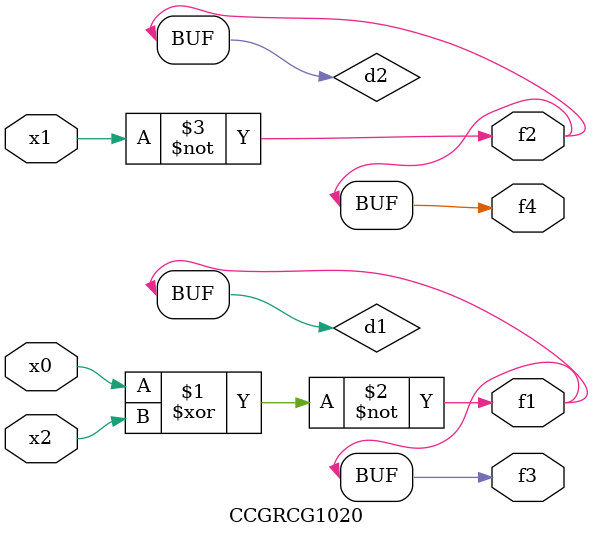
<source format=v>
module CCGRCG1020(
	input x0, x1, x2,
	output f1, f2, f3, f4
);

	wire d1, d2, d3;

	xnor (d1, x0, x2);
	nand (d2, x1);
	nor (d3, x1, x2);
	assign f1 = d1;
	assign f2 = d2;
	assign f3 = d1;
	assign f4 = d2;
endmodule

</source>
